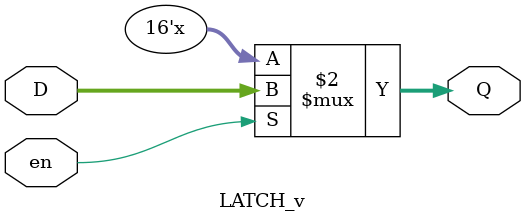
<source format=v>
module LATCH_v (input en,
					 input [15:0] D,
					 output reg [15:0] Q);
	//reg [15:0] temp;
	always@(en or D) begin
		if(en)
			Q <= D;
	end
endmodule

//module FLIPFLOP_v (input clk, input [15:0] in, output reg [15:0] out);
//	//reg [15:0] temp;
//	always@(posedge clk) begin
//		out = in;
//	end
//endmodule
</source>
